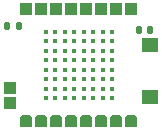
<source format=gbr>
%TF.GenerationSoftware,KiCad,Pcbnew,8.0.1-8.0.1-1~ubuntu22.04.1*%
%TF.CreationDate,2024-03-30T15:25:23+00:00*%
%TF.ProjectId,EMG_DAQ_ADS1298,454d475f-4441-4515-9f41-445331323938,v1.0*%
%TF.SameCoordinates,Original*%
%TF.FileFunction,Soldermask,Top*%
%TF.FilePolarity,Negative*%
%FSLAX46Y46*%
G04 Gerber Fmt 4.6, Leading zero omitted, Abs format (unit mm)*
G04 Created by KiCad (PCBNEW 8.0.1-8.0.1-1~ubuntu22.04.1) date 2024-03-30 15:25:23*
%MOMM*%
%LPD*%
G01*
G04 APERTURE LIST*
G04 Aperture macros list*
%AMRoundRect*
0 Rectangle with rounded corners*
0 $1 Rounding radius*
0 $2 $3 $4 $5 $6 $7 $8 $9 X,Y pos of 4 corners*
0 Add a 4 corners polygon primitive as box body*
4,1,4,$2,$3,$4,$5,$6,$7,$8,$9,$2,$3,0*
0 Add four circle primitives for the rounded corners*
1,1,$1+$1,$2,$3*
1,1,$1+$1,$4,$5*
1,1,$1+$1,$6,$7*
1,1,$1+$1,$8,$9*
0 Add four rect primitives between the rounded corners*
20,1,$1+$1,$2,$3,$4,$5,0*
20,1,$1+$1,$4,$5,$6,$7,0*
20,1,$1+$1,$6,$7,$8,$9,0*
20,1,$1+$1,$8,$9,$2,$3,0*%
%AMFreePoly0*
4,1,13,0.345671,0.480970,0.426777,0.426777,0.480970,0.345671,0.500000,0.250000,0.500000,-0.500000,-0.500000,-0.500000,-0.500000,0.250000,-0.480970,0.345671,-0.426777,0.426777,-0.345671,0.480970,-0.250000,0.500000,0.250000,0.500000,0.345671,0.480970,0.345671,0.480970,$1*%
G04 Aperture macros list end*
%ADD10R,1.000000X1.000000*%
%ADD11R,1.360000X1.230000*%
%ADD12FreePoly0,0.000000*%
%ADD13C,0.370000*%
%ADD14RoundRect,0.140000X0.140000X0.170000X-0.140000X0.170000X-0.140000X-0.170000X0.140000X-0.170000X0*%
%ADD15RoundRect,0.140000X-0.140000X-0.170000X0.140000X-0.170000X0.140000X0.170000X-0.140000X0.170000X0*%
G04 APERTURE END LIST*
D10*
%TO.C,J1*%
X-4445000Y10000000D03*
%TD*%
D11*
%TO.C,SW1*%
X6000000Y6930000D03*
X6000000Y2570000D03*
%TD*%
D10*
%TO.C,J5*%
X635000Y10000000D03*
%TD*%
D12*
%TO.C,J9*%
X-4445000Y500001D03*
%TD*%
D13*
%TO.C,U2*%
X-2800000Y2450000D03*
X-2800000Y3249999D03*
X-2800000Y4050000D03*
X-2800000Y4850000D03*
X-2800000Y5650000D03*
X-2800000Y6450000D03*
X-2800000Y7250001D03*
X-2800000Y8050000D03*
X-2000001Y2450000D03*
X-2000000Y3250000D03*
X-2000000Y4049999D03*
X-2000000Y4850000D03*
X-2000000Y5650000D03*
X-2000000Y6450001D03*
X-2000000Y7250000D03*
X-2000001Y8050000D03*
X-1200000Y2450000D03*
X-1200001Y3250000D03*
X-1200000Y4050000D03*
X-1200000Y4850000D03*
X-1200000Y5650000D03*
X-1200000Y6450000D03*
X-1200001Y7250000D03*
X-1200000Y8050000D03*
X-400000Y2450000D03*
X-400000Y3250000D03*
X-400000Y4050000D03*
X-400000Y4850000D03*
X-400000Y5650000D03*
X-400000Y6450000D03*
X-400000Y7250000D03*
X-400000Y8050000D03*
X400000Y2450000D03*
X400000Y3250000D03*
X400000Y4050000D03*
X400000Y4850000D03*
X400000Y5650000D03*
X400000Y6450000D03*
X400000Y7250000D03*
X400000Y8050000D03*
X1200000Y2450000D03*
X1200001Y3250000D03*
X1200000Y4050000D03*
X1200000Y4850000D03*
X1200000Y5650000D03*
X1200000Y6450000D03*
X1200001Y7250000D03*
X1200000Y8050000D03*
X2000001Y2450000D03*
X2000000Y3250000D03*
X2000000Y4049999D03*
X2000000Y4850000D03*
X2000000Y5650000D03*
X2000000Y6450001D03*
X2000000Y7250000D03*
X2000001Y8050000D03*
X2800000Y2450000D03*
X2800000Y3249999D03*
X2800000Y4050000D03*
X2800000Y4850000D03*
X2800000Y5650000D03*
X2800000Y6450000D03*
X2800000Y7250001D03*
X2800000Y8050000D03*
%TD*%
D10*
%TO.C,J4*%
X-635000Y10000000D03*
%TD*%
D12*
%TO.C,J16*%
X4445000Y500000D03*
%TD*%
%TO.C,J11*%
X-1905000Y500001D03*
%TD*%
D14*
%TO.C,R2*%
X6030000Y8200000D03*
X5070000Y8200000D03*
%TD*%
D10*
%TO.C,J8*%
X4445000Y10000000D03*
%TD*%
D12*
%TO.C,J10*%
X-3175000Y500001D03*
%TD*%
D10*
%TO.C,J7*%
X3175000Y10000000D03*
%TD*%
D12*
%TO.C,J12*%
X-635000Y500000D03*
%TD*%
%TO.C,J14*%
X1905000Y500000D03*
%TD*%
%TO.C,J13*%
X635000Y500000D03*
%TD*%
D10*
%TO.C,J25*%
X-5800000Y2000000D03*
%TD*%
%TO.C,J26*%
X-5800000Y3270000D03*
%TD*%
%TO.C,J2*%
X-3175000Y10000000D03*
%TD*%
D12*
%TO.C,J15*%
X3175000Y500000D03*
%TD*%
D10*
%TO.C,J6*%
X1905000Y10000000D03*
%TD*%
%TO.C,J3*%
X-1905000Y10000000D03*
%TD*%
D15*
%TO.C,C2*%
X-6080000Y8500000D03*
X-5120000Y8500000D03*
%TD*%
M02*

</source>
